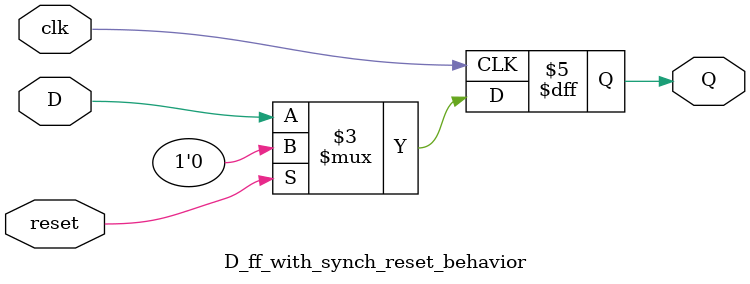
<source format=v>
`timescale 1ns / 1ps


module D_ff_with_synch_reset_behavior(
    input D,
    input clk,
    input reset,
    output reg Q
    );
    
    always @(posedge clk)
        if (reset)
        begin
            Q <= 1'b0;
        end else
        begin
            Q <= D;
        end
        
endmodule

</source>
